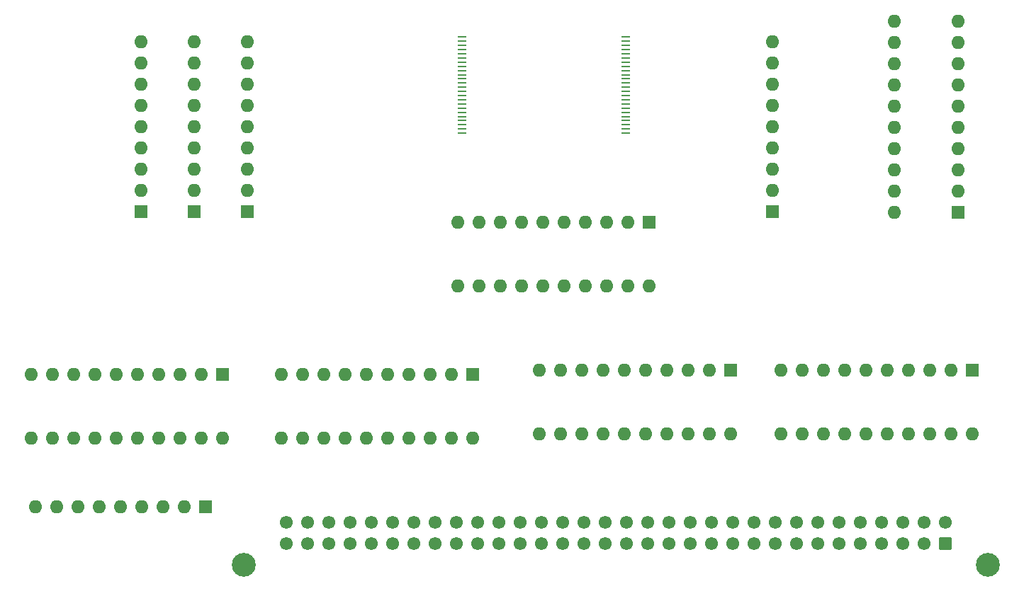
<source format=gbr>
%TF.GenerationSoftware,KiCad,Pcbnew,8.0.1*%
%TF.CreationDate,2024-03-31T12:23:00+01:00*%
%TF.ProjectId,Apricot-Xi-Expansion-RAM,41707269-636f-4742-9d58-692d45787061,rev?*%
%TF.SameCoordinates,Original*%
%TF.FileFunction,Soldermask,Top*%
%TF.FilePolarity,Negative*%
%FSLAX46Y46*%
G04 Gerber Fmt 4.6, Leading zero omitted, Abs format (unit mm)*
G04 Created by KiCad (PCBNEW 8.0.1) date 2024-03-31 12:23:00*
%MOMM*%
%LPD*%
G01*
G04 APERTURE LIST*
G04 Aperture macros list*
%AMRoundRect*
0 Rectangle with rounded corners*
0 $1 Rounding radius*
0 $2 $3 $4 $5 $6 $7 $8 $9 X,Y pos of 4 corners*
0 Add a 4 corners polygon primitive as box body*
4,1,4,$2,$3,$4,$5,$6,$7,$8,$9,$2,$3,0*
0 Add four circle primitives for the rounded corners*
1,1,$1+$1,$2,$3*
1,1,$1+$1,$4,$5*
1,1,$1+$1,$6,$7*
1,1,$1+$1,$8,$9*
0 Add four rect primitives between the rounded corners*
20,1,$1+$1,$2,$3,$4,$5,0*
20,1,$1+$1,$4,$5,$6,$7,0*
20,1,$1+$1,$6,$7,$8,$9,0*
20,1,$1+$1,$8,$9,$2,$3,0*%
G04 Aperture macros list end*
%ADD10C,2.850000*%
%ADD11RoundRect,0.249999X0.525001X0.525001X-0.525001X0.525001X-0.525001X-0.525001X0.525001X-0.525001X0*%
%ADD12C,1.550000*%
%ADD13R,1.600000X1.600000*%
%ADD14O,1.600000X1.600000*%
%ADD15R,1.100000X0.250000*%
G04 APERTURE END LIST*
D10*
%TO.C,CONN1*%
X215792000Y-115575500D03*
X126892000Y-115575500D03*
D11*
X210712000Y-113035500D03*
D12*
X208172000Y-113035500D03*
X205632000Y-113035500D03*
X203092000Y-113035500D03*
X200552000Y-113035500D03*
X198012000Y-113035500D03*
X195472000Y-113035500D03*
X192932000Y-113035500D03*
X190392000Y-113035500D03*
X187852000Y-113035500D03*
X185312000Y-113035500D03*
X182772000Y-113035500D03*
X180232000Y-113035500D03*
X177692000Y-113035500D03*
X175152000Y-113035500D03*
X172612000Y-113035500D03*
X170072000Y-113035500D03*
X167532000Y-113035500D03*
X164992000Y-113035500D03*
X162452000Y-113035500D03*
X159912000Y-113035500D03*
X157372000Y-113035500D03*
X154832000Y-113035500D03*
X152292000Y-113035500D03*
X149752000Y-113035500D03*
X147212000Y-113035500D03*
X144672000Y-113035500D03*
X142132000Y-113035500D03*
X139592000Y-113035500D03*
X137052000Y-113035500D03*
X134512000Y-113035500D03*
X131972000Y-113035500D03*
X210712000Y-110495500D03*
X208172000Y-110495500D03*
X205632000Y-110495500D03*
X203092000Y-110495500D03*
X200552000Y-110495500D03*
X198012000Y-110495500D03*
X195472000Y-110495500D03*
X192932000Y-110495500D03*
X190392000Y-110495500D03*
X187852000Y-110495500D03*
X185312000Y-110495500D03*
X182772000Y-110495500D03*
X180232000Y-110495500D03*
X177692000Y-110495500D03*
X175152000Y-110495500D03*
X172612000Y-110495500D03*
X170072000Y-110495500D03*
X167532000Y-110495500D03*
X164992000Y-110495500D03*
X162452000Y-110495500D03*
X159912000Y-110495500D03*
X157372000Y-110495500D03*
X154832000Y-110495500D03*
X152292000Y-110495500D03*
X149752000Y-110495500D03*
X147212000Y-110495500D03*
X144672000Y-110495500D03*
X142132000Y-110495500D03*
X139592000Y-110495500D03*
X137052000Y-110495500D03*
X134512000Y-110495500D03*
X131972000Y-110495500D03*
%TD*%
D13*
%TO.C,ALATCH1*%
X213939000Y-92257800D03*
D14*
X211399000Y-92257800D03*
X208859000Y-92257800D03*
X206319000Y-92257800D03*
X203779000Y-92257800D03*
X201239000Y-92257800D03*
X198699000Y-92257800D03*
X196159000Y-92257800D03*
X193619000Y-92257800D03*
X191079000Y-92257800D03*
X191079000Y-99877800D03*
X193619000Y-99877800D03*
X196159000Y-99877800D03*
X198699000Y-99877800D03*
X201239000Y-99877800D03*
X203779000Y-99877800D03*
X206319000Y-99877800D03*
X208859000Y-99877800D03*
X211399000Y-99877800D03*
X213939000Y-99877800D03*
%TD*%
D13*
%TO.C,ALATCH3*%
X154242700Y-92771100D03*
D14*
X151702700Y-92771100D03*
X149162700Y-92771100D03*
X146622700Y-92771100D03*
X144082700Y-92771100D03*
X141542700Y-92771100D03*
X139002700Y-92771100D03*
X136462700Y-92771100D03*
X133922700Y-92771100D03*
X131382700Y-92771100D03*
X131382700Y-100391100D03*
X133922700Y-100391100D03*
X136462700Y-100391100D03*
X139002700Y-100391100D03*
X141542700Y-100391100D03*
X144082700Y-100391100D03*
X146622700Y-100391100D03*
X149162700Y-100391100D03*
X151702700Y-100391100D03*
X154242700Y-100391100D03*
%TD*%
D13*
%TO.C,AP1*%
X127280700Y-73275100D03*
D14*
X127280700Y-70735100D03*
X127280700Y-68195100D03*
X127280700Y-65655100D03*
X127280700Y-63115100D03*
X127280700Y-60575100D03*
X127280700Y-58035100D03*
X127280700Y-55495100D03*
X127280700Y-52955100D03*
%TD*%
D13*
%TO.C,AP2*%
X114584200Y-73306300D03*
D14*
X114584200Y-70766300D03*
X114584200Y-68226300D03*
X114584200Y-65686300D03*
X114584200Y-63146300D03*
X114584200Y-60606300D03*
X114584200Y-58066300D03*
X114584200Y-55526300D03*
X114584200Y-52986300D03*
%TD*%
D13*
%TO.C,AP3*%
X120916900Y-73275100D03*
D14*
X120916900Y-70735100D03*
X120916900Y-68195100D03*
X120916900Y-65655100D03*
X120916900Y-63115100D03*
X120916900Y-60575100D03*
X120916900Y-58035100D03*
X120916900Y-55495100D03*
X120916900Y-52955100D03*
%TD*%
D13*
%TO.C,DP1*%
X190024400Y-73272700D03*
D14*
X190024400Y-70732700D03*
X190024400Y-68192700D03*
X190024400Y-65652700D03*
X190024400Y-63112700D03*
X190024400Y-60572700D03*
X190024400Y-58032700D03*
X190024400Y-55492700D03*
X190024400Y-52952700D03*
%TD*%
D13*
%TO.C,DP2*%
X122328400Y-108642700D03*
D14*
X119788400Y-108642700D03*
X117248400Y-108642700D03*
X114708400Y-108642700D03*
X112168400Y-108642700D03*
X109628400Y-108642700D03*
X107088400Y-108642700D03*
X104548400Y-108642700D03*
X102008400Y-108642700D03*
%TD*%
D13*
%TO.C,RAM-Decoder1*%
X175312700Y-74530600D03*
D14*
X172772700Y-74530600D03*
X170232700Y-74530600D03*
X167692700Y-74530600D03*
X165152700Y-74530600D03*
X162612700Y-74530600D03*
X160072700Y-74530600D03*
X157532700Y-74530600D03*
X154992700Y-74530600D03*
X152452700Y-74530600D03*
X152452700Y-82150600D03*
X154992700Y-82150600D03*
X157532700Y-82150600D03*
X160072700Y-82150600D03*
X162612700Y-82150600D03*
X165152700Y-82150600D03*
X167692700Y-82150600D03*
X170232700Y-82150600D03*
X172772700Y-82150600D03*
X175312700Y-82150600D03*
%TD*%
D13*
%TO.C,SBDT1*%
X212181400Y-73353100D03*
D14*
X212181400Y-70813100D03*
X212181400Y-68273100D03*
X212181400Y-65733100D03*
X212181400Y-63193100D03*
X212181400Y-60653100D03*
X212181400Y-58113100D03*
X212181400Y-55573100D03*
X212181400Y-53033100D03*
X212181400Y-50493100D03*
X204561400Y-50493100D03*
X204561400Y-53033100D03*
X204561400Y-55573100D03*
X204561400Y-58113100D03*
X204561400Y-60653100D03*
X204561400Y-63193100D03*
X204561400Y-65733100D03*
X204561400Y-68273100D03*
X204561400Y-70813100D03*
X204561400Y-73353100D03*
%TD*%
D13*
%TO.C,SBDT2*%
X124315600Y-92771100D03*
D14*
X121775600Y-92771100D03*
X119235600Y-92771100D03*
X116695600Y-92771100D03*
X114155600Y-92771100D03*
X111615600Y-92771100D03*
X109075600Y-92771100D03*
X106535600Y-92771100D03*
X103995600Y-92771100D03*
X101455600Y-92771100D03*
X101455600Y-100391100D03*
X103995600Y-100391100D03*
X106535600Y-100391100D03*
X109075600Y-100391100D03*
X111615600Y-100391100D03*
X114155600Y-100391100D03*
X116695600Y-100391100D03*
X119235600Y-100391100D03*
X121775600Y-100391100D03*
X124315600Y-100391100D03*
%TD*%
D15*
%TO.C,SRAM1*%
X152970000Y-52422100D03*
X152970000Y-52922100D03*
X152970000Y-53422100D03*
X152970000Y-53922100D03*
X152970000Y-54422100D03*
X152970000Y-54922100D03*
X152970000Y-55422100D03*
X152970000Y-55922100D03*
X152970000Y-56422100D03*
X152970000Y-56922100D03*
X152970000Y-57422100D03*
X152970000Y-57922100D03*
X152970000Y-58422100D03*
X152970000Y-58922100D03*
X152970000Y-59422100D03*
X152970000Y-59922100D03*
X152970000Y-60422100D03*
X152970000Y-60922100D03*
X152970000Y-61422100D03*
X152970000Y-61922100D03*
X152970000Y-62422100D03*
X152970000Y-62922100D03*
X152970000Y-63422100D03*
X152970000Y-63922100D03*
X172470000Y-63922100D03*
X172470000Y-63422100D03*
X172470000Y-62922100D03*
X172470000Y-62422100D03*
X172470000Y-61922100D03*
X172470000Y-61422100D03*
X172470000Y-60922100D03*
X172470000Y-60422100D03*
X172470000Y-59922100D03*
X172470000Y-59422100D03*
X172470000Y-58922100D03*
X172470000Y-58422100D03*
X172470000Y-57922100D03*
X172470000Y-57422100D03*
X172470000Y-56922100D03*
X172470000Y-56422100D03*
X172470000Y-55922100D03*
X172470000Y-55422100D03*
X172470000Y-54922100D03*
X172470000Y-54422100D03*
X172470000Y-53922100D03*
X172470000Y-53422100D03*
X172470000Y-52922100D03*
X172470000Y-52422100D03*
%TD*%
D13*
%TO.C,ALATCH2*%
X185038400Y-92257800D03*
D14*
X182498400Y-92257800D03*
X179958400Y-92257800D03*
X177418400Y-92257800D03*
X174878400Y-92257800D03*
X172338400Y-92257800D03*
X169798400Y-92257800D03*
X167258400Y-92257800D03*
X164718400Y-92257800D03*
X162178400Y-92257800D03*
X162178400Y-99877800D03*
X164718400Y-99877800D03*
X167258400Y-99877800D03*
X169798400Y-99877800D03*
X172338400Y-99877800D03*
X174878400Y-99877800D03*
X177418400Y-99877800D03*
X179958400Y-99877800D03*
X182498400Y-99877800D03*
X185038400Y-99877800D03*
%TD*%
M02*

</source>
